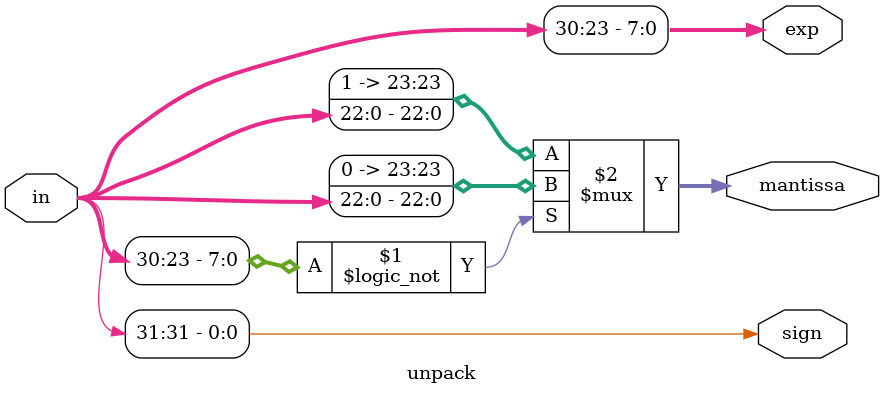
<source format=v>
module unpack(in, sign, exp, mantissa);
    input [31:0] in;
    output sign;
    output [7:0] exp;
    output [23:0] mantissa;

    assign sign = in[31];
    assign exp = in[30:23];
    
    assign mantissa = (exp == 8'b0) ? {1'b0, in[22:0]} : {1'b1, in[22:0]};
endmodule

</source>
